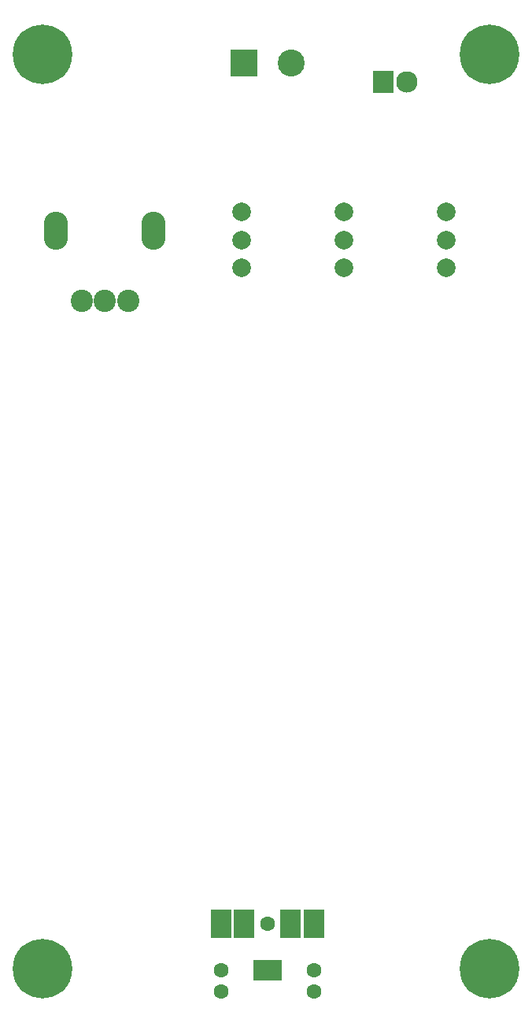
<source format=gbr>
G04 #@! TF.GenerationSoftware,KiCad,Pcbnew,(5.1.0-0)*
G04 #@! TF.CreationDate,2019-04-30T21:56:08-04:00*
G04 #@! TF.ProjectId,The Ear Tool,54686520-4561-4722-9054-6f6f6c2e6b69,1.3*
G04 #@! TF.SameCoordinates,Original*
G04 #@! TF.FileFunction,Soldermask,Top*
G04 #@! TF.FilePolarity,Negative*
%FSLAX46Y46*%
G04 Gerber Fmt 4.6, Leading zero omitted, Abs format (unit mm)*
G04 Created by KiCad (PCBNEW (5.1.0-0)) date 2019-04-30 21:56:08*
%MOMM*%
%LPD*%
G04 APERTURE LIST*
%ADD10R,2.300000X2.400000*%
%ADD11C,2.300000*%
%ADD12C,2.000000*%
%ADD13C,6.400000*%
%ADD14C,2.400000*%
%ADD15O,2.600000X4.100000*%
%ADD16R,3.100000X2.200000*%
%ADD17R,2.200000X3.100000*%
%ADD18C,1.600000*%
%ADD19R,2.900000X2.900000*%
%ADD20C,2.900000*%
G04 APERTURE END LIST*
D10*
X146000000Y-45000000D03*
D11*
X148540000Y-45000000D03*
D12*
X152750000Y-65000000D03*
X152750000Y-62000000D03*
X152750000Y-59000000D03*
X141750000Y-65000000D03*
X141750000Y-62000000D03*
X141750000Y-59000000D03*
D13*
X109300000Y-42000000D03*
X157400000Y-42000000D03*
X109300000Y-140300000D03*
X157400000Y-140300000D03*
D14*
X113500000Y-68500000D03*
X116000000Y-68500000D03*
X118500000Y-68500000D03*
D15*
X110750000Y-61000000D03*
X121250000Y-61000000D03*
D16*
X133500000Y-140500000D03*
D17*
X128500000Y-135500000D03*
X131000000Y-135500000D03*
X136000000Y-135500000D03*
X138500000Y-135500000D03*
D18*
X128500000Y-140500000D03*
X133500000Y-135500000D03*
X138500000Y-140500000D03*
X138500000Y-142750000D03*
X128500000Y-142750000D03*
D19*
X131000000Y-43000000D03*
D20*
X136080000Y-43000000D03*
D12*
X130750000Y-65000000D03*
X130750000Y-62000000D03*
X130750000Y-59000000D03*
M02*

</source>
